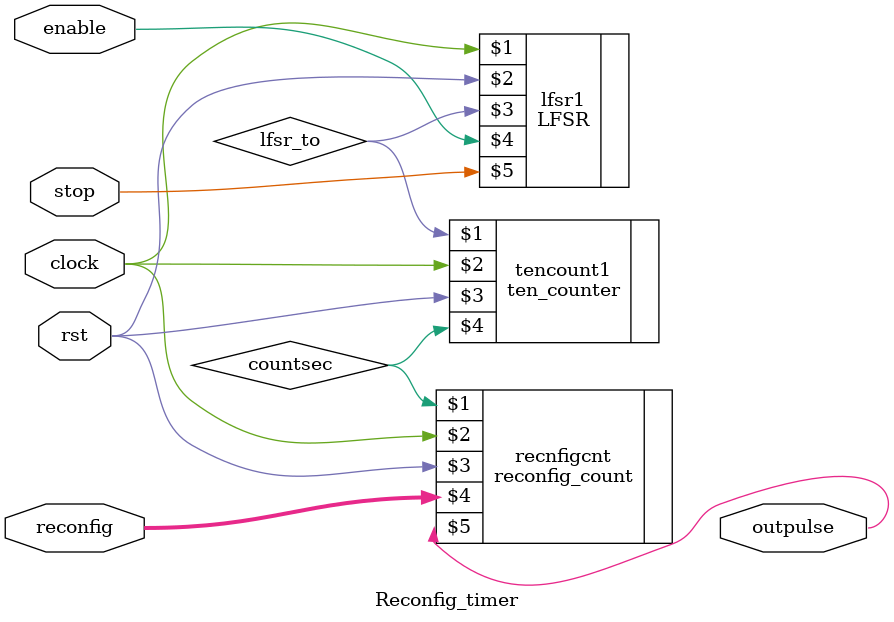
<source format=v>
module Reconfig_timer(clock,rst,enable,reconfig,outpulse,stop);
input clock,rst;
input enable,stop;
input [3:0] reconfig;
output outpulse;

wire lfsr_to,countsec;

LFSR lfsr1(clock,rst,lfsr_to,enable,stop);
ten_counter tencount1(lfsr_to,clock,rst,countsec);
reconfig_count recnfigcnt(countsec,clock,rst,reconfig,outpulse);

endmodule

</source>
